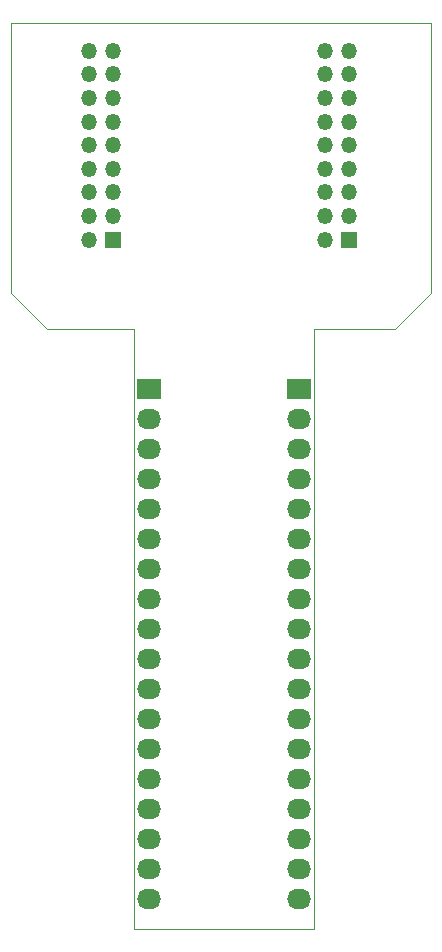
<source format=gbs>
G04 #@! TF.FileFunction,Soldermask,Bot*
%FSLAX46Y46*%
G04 Gerber Fmt 4.6, Leading zero omitted, Abs format (unit mm)*
G04 Created by KiCad (PCBNEW 4.0.2+dfsg1-stable) date Do 23 Aug 2018 15:09:30 CEST*
%MOMM*%
G01*
G04 APERTURE LIST*
%ADD10C,0.100000*%
%ADD11R,1.350000X1.350000*%
%ADD12O,1.350000X1.350000*%
%ADD13R,2.032000X1.727200*%
%ADD14O,2.032000X1.727200*%
G04 APERTURE END LIST*
D10*
X135636000Y-88392000D02*
X135636000Y-65532000D01*
X125730000Y-91440000D02*
X132588000Y-91440000D01*
X103124000Y-91440000D02*
X110490000Y-91440000D01*
X100076000Y-88392000D02*
X103124000Y-91440000D01*
X110490000Y-142240000D02*
X125730000Y-142240000D01*
X125730000Y-91440000D02*
X125730000Y-142240000D01*
X132588000Y-91440000D02*
X135636000Y-88392000D01*
X110490000Y-91440000D02*
X110490000Y-142240000D01*
X100076000Y-65532000D02*
X100076000Y-88392000D01*
X135636000Y-65532000D02*
X100076000Y-65532000D01*
D11*
X108680000Y-83900000D03*
D12*
X106680000Y-83900000D03*
X108680000Y-81900000D03*
X106680000Y-81900000D03*
X108680000Y-79900000D03*
X106680000Y-79900000D03*
X108680000Y-77900000D03*
X106680000Y-77900000D03*
X108680000Y-75900000D03*
X106680000Y-75900000D03*
X108680000Y-73900000D03*
X106680000Y-73900000D03*
X108680000Y-71900000D03*
X106680000Y-71900000D03*
X108680000Y-69900000D03*
X106680000Y-69900000D03*
X108680000Y-67900000D03*
X106680000Y-67900000D03*
D11*
X128680000Y-83900000D03*
D12*
X126680000Y-83900000D03*
X128680000Y-81900000D03*
X126680000Y-81900000D03*
X128680000Y-79900000D03*
X126680000Y-79900000D03*
X128680000Y-77900000D03*
X126680000Y-77900000D03*
X128680000Y-75900000D03*
X126680000Y-75900000D03*
X128680000Y-73900000D03*
X126680000Y-73900000D03*
X128680000Y-71900000D03*
X126680000Y-71900000D03*
X128680000Y-69900000D03*
X126680000Y-69900000D03*
X128680000Y-67900000D03*
X126680000Y-67900000D03*
D13*
X111760000Y-96520000D03*
D14*
X111760000Y-99060000D03*
X111760000Y-101600000D03*
X111760000Y-104140000D03*
X111760000Y-106680000D03*
X111760000Y-109220000D03*
X111760000Y-111760000D03*
X111760000Y-114300000D03*
X111760000Y-116840000D03*
X111760000Y-119380000D03*
X111760000Y-121920000D03*
X111760000Y-124460000D03*
X111760000Y-127000000D03*
X111760000Y-129540000D03*
X111760000Y-132080000D03*
X111760000Y-134620000D03*
X111760000Y-137160000D03*
X111760000Y-139700000D03*
D13*
X124460000Y-96520000D03*
D14*
X124460000Y-99060000D03*
X124460000Y-101600000D03*
X124460000Y-104140000D03*
X124460000Y-106680000D03*
X124460000Y-109220000D03*
X124460000Y-111760000D03*
X124460000Y-114300000D03*
X124460000Y-116840000D03*
X124460000Y-119380000D03*
X124460000Y-121920000D03*
X124460000Y-124460000D03*
X124460000Y-127000000D03*
X124460000Y-129540000D03*
X124460000Y-132080000D03*
X124460000Y-134620000D03*
X124460000Y-137160000D03*
X124460000Y-139700000D03*
M02*

</source>
